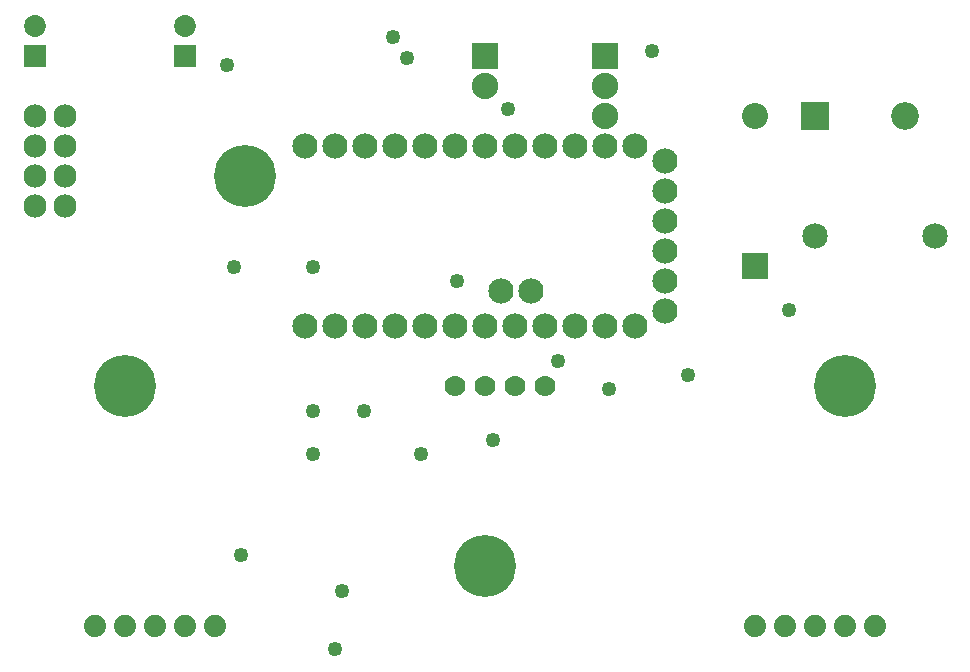
<source format=gbs>
G04 MADE WITH FRITZING*
G04 WWW.FRITZING.ORG*
G04 DOUBLE SIDED*
G04 HOLES PLATED*
G04 CONTOUR ON CENTER OF CONTOUR VECTOR*
%ASAXBY*%
%FSLAX23Y23*%
%MOIN*%
%OFA0B0*%
%SFA1.0B1.0*%
%ADD10C,0.206851*%
%ADD11C,0.077278*%
%ADD12C,0.084000*%
%ADD13C,0.087222*%
%ADD14C,0.074000*%
%ADD15C,0.088000*%
%ADD16C,0.070000*%
%ADD17C,0.072992*%
%ADD18C,0.085000*%
%ADD19C,0.092000*%
%ADD20C,0.049370*%
%ADD21R,0.087222X0.087222*%
%ADD22R,0.088000X0.088000*%
%ADD23R,0.072992X0.072992*%
%ADD24R,0.092000X0.092000*%
%LNMASK0*%
G90*
G70*
G54D10*
X1639Y339D03*
X839Y1639D03*
X2839Y939D03*
X439Y939D03*
G54D11*
X239Y1839D03*
X239Y1739D03*
X239Y1639D03*
X239Y1539D03*
X139Y1839D03*
X139Y1739D03*
X139Y1639D03*
X139Y1539D03*
G54D12*
X2239Y1189D03*
X2239Y1289D03*
X2239Y1389D03*
X2239Y1489D03*
X2239Y1589D03*
X2239Y1689D03*
X2139Y1139D03*
X2039Y1139D03*
X1939Y1139D03*
X1839Y1139D03*
X1739Y1139D03*
X1794Y1254D03*
X1694Y1254D03*
X1639Y1139D03*
X1539Y1139D03*
X1439Y1139D03*
X1339Y1139D03*
X1239Y1139D03*
X1139Y1139D03*
X1039Y1139D03*
X1039Y1739D03*
X1139Y1739D03*
X1239Y1739D03*
X1339Y1739D03*
X1439Y1739D03*
X1539Y1739D03*
X1639Y1739D03*
X1739Y1739D03*
X1839Y1739D03*
X1939Y1739D03*
X2039Y1739D03*
X2139Y1739D03*
G54D13*
X2539Y1839D03*
X2539Y1339D03*
X2539Y1839D03*
X2539Y1339D03*
G54D14*
X639Y139D03*
X539Y139D03*
X439Y139D03*
X339Y139D03*
X739Y139D03*
X2839Y139D03*
X2739Y139D03*
X2639Y139D03*
X2539Y139D03*
X2939Y139D03*
G54D15*
X1639Y2039D03*
X1639Y1939D03*
G54D16*
X1839Y939D03*
X1739Y939D03*
X1639Y939D03*
X1539Y939D03*
G54D15*
X2039Y2039D03*
X2039Y1939D03*
X2039Y1839D03*
G54D17*
X139Y2039D03*
X139Y2137D03*
G54D18*
X2739Y1439D03*
X3139Y1439D03*
G54D17*
X639Y2039D03*
X639Y2137D03*
G54D19*
X2739Y1839D03*
X3039Y1839D03*
G54D20*
X1548Y1287D03*
X1884Y1023D03*
X1668Y759D03*
X828Y375D03*
X1236Y855D03*
X1068Y711D03*
X1068Y1335D03*
X804Y1335D03*
X1428Y711D03*
X1380Y2031D03*
X1068Y855D03*
X1716Y1863D03*
X1332Y2103D03*
X2316Y975D03*
X1140Y63D03*
X1164Y255D03*
X2052Y927D03*
X2196Y2055D03*
X2652Y1191D03*
X780Y2007D03*
G54D21*
X2539Y1339D03*
X2539Y1339D03*
G54D22*
X1639Y2039D03*
X2039Y2039D03*
G54D23*
X139Y2039D03*
X639Y2039D03*
G54D24*
X2739Y1839D03*
G04 End of Mask0*
M02*
</source>
